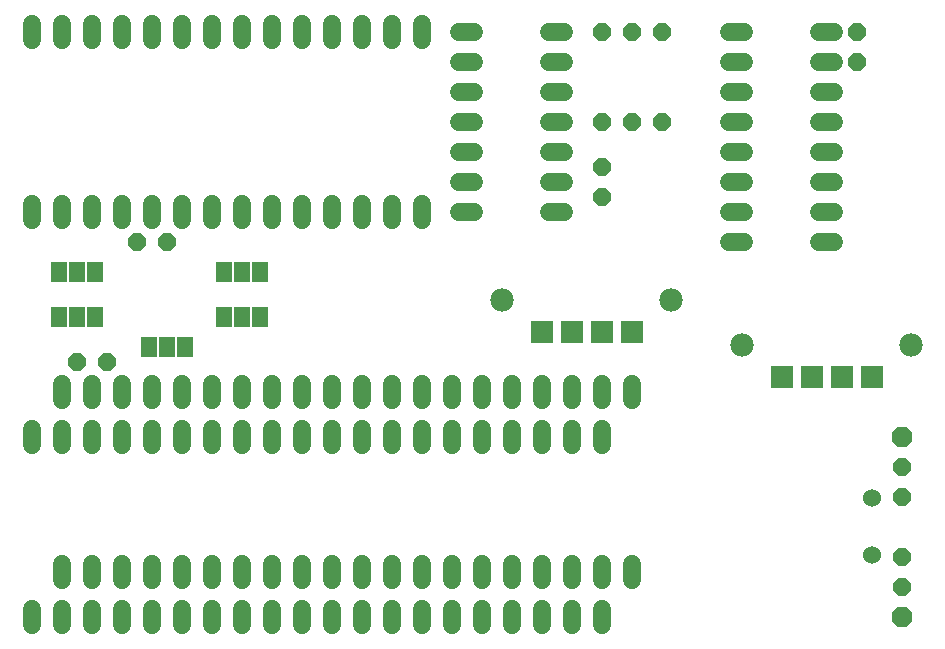
<source format=gts>
G75*
%MOIN*%
%OFA0B0*%
%FSLAX24Y24*%
%IPPOS*%
%LPD*%
%AMOC8*
5,1,8,0,0,1.08239X$1,22.5*
%
%ADD10OC8,0.0600*%
%ADD11C,0.0600*%
%ADD12C,0.0600*%
%ADD13R,0.0755X0.0755*%
%ADD14C,0.0780*%
%ADD15R,0.0540X0.0710*%
%ADD16OC8,0.0680*%
D10*
X003180Y010180D03*
X004180Y010180D03*
X005180Y014180D03*
X006180Y014180D03*
X020680Y015680D03*
X020680Y016680D03*
X020680Y018180D03*
X021680Y018180D03*
X022680Y018180D03*
X022680Y021180D03*
X021680Y021180D03*
X020680Y021180D03*
X029180Y021180D03*
X029180Y020180D03*
X030680Y006680D03*
X030680Y005680D03*
X030680Y003680D03*
X030680Y002680D03*
D11*
X001680Y001940D02*
X001680Y001420D01*
X002680Y001420D02*
X002680Y001940D01*
X003680Y001940D02*
X003680Y001420D01*
X004680Y001420D02*
X004680Y001940D01*
X005680Y001940D02*
X005680Y001420D01*
X006680Y001420D02*
X006680Y001940D01*
X007680Y001940D02*
X007680Y001420D01*
X008680Y001420D02*
X008680Y001940D01*
X009680Y001940D02*
X009680Y001420D01*
X010680Y001420D02*
X010680Y001940D01*
X011680Y001940D02*
X011680Y001420D01*
X012680Y001420D02*
X012680Y001940D01*
X013680Y001940D02*
X013680Y001420D01*
X014680Y001420D02*
X014680Y001940D01*
X015680Y001940D02*
X015680Y001420D01*
X016680Y001420D02*
X016680Y001940D01*
X017680Y001940D02*
X017680Y001420D01*
X018680Y001420D02*
X018680Y001940D01*
X019680Y001940D02*
X019680Y001420D01*
X020680Y001420D02*
X020680Y001940D01*
X020680Y002920D02*
X020680Y003440D01*
X019680Y003440D02*
X019680Y002920D01*
X018680Y002920D02*
X018680Y003440D01*
X017680Y003440D02*
X017680Y002920D01*
X016680Y002920D02*
X016680Y003440D01*
X015680Y003440D02*
X015680Y002920D01*
X014680Y002920D02*
X014680Y003440D01*
X013680Y003440D02*
X013680Y002920D01*
X012680Y002920D02*
X012680Y003440D01*
X011680Y003440D02*
X011680Y002920D01*
X010680Y002920D02*
X010680Y003440D01*
X009680Y003440D02*
X009680Y002920D01*
X008680Y002920D02*
X008680Y003440D01*
X007680Y003440D02*
X007680Y002920D01*
X006680Y002920D02*
X006680Y003440D01*
X005680Y003440D02*
X005680Y002920D01*
X004680Y002920D02*
X004680Y003440D01*
X003680Y003440D02*
X003680Y002920D01*
X002680Y002920D02*
X002680Y003440D01*
X002680Y007420D02*
X002680Y007940D01*
X001680Y007940D02*
X001680Y007420D01*
X003680Y007420D02*
X003680Y007940D01*
X004680Y007940D02*
X004680Y007420D01*
X005680Y007420D02*
X005680Y007940D01*
X006680Y007940D02*
X006680Y007420D01*
X007680Y007420D02*
X007680Y007940D01*
X008680Y007940D02*
X008680Y007420D01*
X009680Y007420D02*
X009680Y007940D01*
X010680Y007940D02*
X010680Y007420D01*
X011680Y007420D02*
X011680Y007940D01*
X012680Y007940D02*
X012680Y007420D01*
X013680Y007420D02*
X013680Y007940D01*
X014680Y007940D02*
X014680Y007420D01*
X015680Y007420D02*
X015680Y007940D01*
X016680Y007940D02*
X016680Y007420D01*
X017680Y007420D02*
X017680Y007940D01*
X018680Y007940D02*
X018680Y007420D01*
X019680Y007420D02*
X019680Y007940D01*
X020680Y007940D02*
X020680Y007420D01*
X020680Y008920D02*
X020680Y009440D01*
X019680Y009440D02*
X019680Y008920D01*
X018680Y008920D02*
X018680Y009440D01*
X017680Y009440D02*
X017680Y008920D01*
X016680Y008920D02*
X016680Y009440D01*
X015680Y009440D02*
X015680Y008920D01*
X014680Y008920D02*
X014680Y009440D01*
X013680Y009440D02*
X013680Y008920D01*
X012680Y008920D02*
X012680Y009440D01*
X011680Y009440D02*
X011680Y008920D01*
X010680Y008920D02*
X010680Y009440D01*
X009680Y009440D02*
X009680Y008920D01*
X008680Y008920D02*
X008680Y009440D01*
X007680Y009440D02*
X007680Y008920D01*
X006680Y008920D02*
X006680Y009440D01*
X005680Y009440D02*
X005680Y008920D01*
X004680Y008920D02*
X004680Y009440D01*
X003680Y009440D02*
X003680Y008920D01*
X002680Y008920D02*
X002680Y009440D01*
X002680Y014920D02*
X002680Y015440D01*
X001680Y015440D02*
X001680Y014920D01*
X003680Y014920D02*
X003680Y015440D01*
X004680Y015440D02*
X004680Y014920D01*
X005680Y014920D02*
X005680Y015440D01*
X006680Y015440D02*
X006680Y014920D01*
X007680Y014920D02*
X007680Y015440D01*
X008680Y015440D02*
X008680Y014920D01*
X009680Y014920D02*
X009680Y015440D01*
X010680Y015440D02*
X010680Y014920D01*
X011680Y014920D02*
X011680Y015440D01*
X012680Y015440D02*
X012680Y014920D01*
X013680Y014920D02*
X013680Y015440D01*
X014680Y015440D02*
X014680Y014920D01*
X015920Y015180D02*
X016440Y015180D01*
X016440Y016180D02*
X015920Y016180D01*
X015920Y017180D02*
X016440Y017180D01*
X016440Y018180D02*
X015920Y018180D01*
X015920Y019180D02*
X016440Y019180D01*
X016440Y020180D02*
X015920Y020180D01*
X015920Y021180D02*
X016440Y021180D01*
X014680Y020920D02*
X014680Y021440D01*
X013680Y021440D02*
X013680Y020920D01*
X012680Y020920D02*
X012680Y021440D01*
X011680Y021440D02*
X011680Y020920D01*
X010680Y020920D02*
X010680Y021440D01*
X009680Y021440D02*
X009680Y020920D01*
X008680Y020920D02*
X008680Y021440D01*
X007680Y021440D02*
X007680Y020920D01*
X006680Y020920D02*
X006680Y021440D01*
X005680Y021440D02*
X005680Y020920D01*
X004680Y020920D02*
X004680Y021440D01*
X003680Y021440D02*
X003680Y020920D01*
X002680Y020920D02*
X002680Y021440D01*
X001680Y021440D02*
X001680Y020920D01*
X018920Y021180D02*
X019440Y021180D01*
X019440Y020180D02*
X018920Y020180D01*
X018920Y019180D02*
X019440Y019180D01*
X019440Y018180D02*
X018920Y018180D01*
X018920Y017180D02*
X019440Y017180D01*
X019440Y016180D02*
X018920Y016180D01*
X018920Y015180D02*
X019440Y015180D01*
X024920Y015180D02*
X025440Y015180D01*
X025440Y014180D02*
X024920Y014180D01*
X024920Y016180D02*
X025440Y016180D01*
X025440Y017180D02*
X024920Y017180D01*
X024920Y018180D02*
X025440Y018180D01*
X025440Y019180D02*
X024920Y019180D01*
X024920Y020180D02*
X025440Y020180D01*
X025440Y021180D02*
X024920Y021180D01*
X027920Y021180D02*
X028440Y021180D01*
X028440Y020180D02*
X027920Y020180D01*
X027920Y019180D02*
X028440Y019180D01*
X028440Y018180D02*
X027920Y018180D01*
X027920Y017180D02*
X028440Y017180D01*
X028440Y016180D02*
X027920Y016180D01*
X027920Y015180D02*
X028440Y015180D01*
X028440Y014180D02*
X027920Y014180D01*
X021680Y009440D02*
X021680Y008920D01*
X021680Y003440D02*
X021680Y002920D01*
D12*
X029680Y003730D03*
X029680Y005630D03*
D13*
X029680Y009680D03*
X028680Y009680D03*
X027680Y009680D03*
X026680Y009680D03*
X021680Y011180D03*
X020680Y011180D03*
X019680Y011180D03*
X018680Y011180D03*
D14*
X017355Y012230D03*
X023005Y012230D03*
X025355Y010730D03*
X031005Y010730D03*
D15*
X009280Y011680D03*
X008680Y011680D03*
X008080Y011680D03*
X006780Y010680D03*
X006180Y010680D03*
X005580Y010680D03*
X003780Y011680D03*
X003180Y011680D03*
X002580Y011680D03*
X002580Y013180D03*
X003180Y013180D03*
X003780Y013180D03*
X008080Y013180D03*
X008680Y013180D03*
X009280Y013180D03*
D16*
X030680Y007680D03*
X030680Y001680D03*
M02*

</source>
